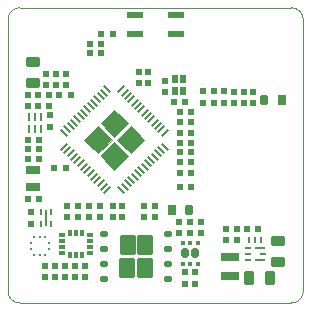
<source format=gtp>
%TF.GenerationSoftware,KiCad,Pcbnew,9.0.1*%
%TF.CreationDate,2025-12-15T19:45:58-06:00*%
%TF.ProjectId,ProtoCore_v1,50726f74-6f43-46f7-9265-5f76312e6b69,rev?*%
%TF.SameCoordinates,Original*%
%TF.FileFunction,Paste,Top*%
%TF.FilePolarity,Positive*%
%FSLAX46Y46*%
G04 Gerber Fmt 4.6, Leading zero omitted, Abs format (unit mm)*
G04 Created by KiCad (PCBNEW 9.0.1) date 2025-12-15 19:45:58*
%MOMM*%
%LPD*%
G01*
G04 APERTURE LIST*
G04 Aperture macros list*
%AMRoundRect*
0 Rectangle with rounded corners*
0 $1 Rounding radius*
0 $2 $3 $4 $5 $6 $7 $8 $9 X,Y pos of 4 corners*
0 Add a 4 corners polygon primitive as box body*
4,1,4,$2,$3,$4,$5,$6,$7,$8,$9,$2,$3,0*
0 Add four circle primitives for the rounded corners*
1,1,$1+$1,$2,$3*
1,1,$1+$1,$4,$5*
1,1,$1+$1,$6,$7*
1,1,$1+$1,$8,$9*
0 Add four rect primitives between the rounded corners*
20,1,$1+$1,$2,$3,$4,$5,0*
20,1,$1+$1,$4,$5,$6,$7,0*
20,1,$1+$1,$6,$7,$8,$9,0*
20,1,$1+$1,$8,$9,$2,$3,0*%
%AMRotRect*
0 Rectangle, with rotation*
0 The origin of the aperture is its center*
0 $1 length*
0 $2 width*
0 $3 Rotation angle, in degrees counterclockwise*
0 Add horizontal line*
21,1,$1,$2,0,0,$3*%
G04 Aperture macros list end*
%ADD10C,0.010000*%
%ADD11RoundRect,0.074250X-0.173250X0.177750X-0.173250X-0.177750X0.173250X-0.177750X0.173250X0.177750X0*%
%ADD12R,0.221610X0.723698*%
%ADD13R,0.221612X0.723699*%
%ADD14R,0.218224X0.723699*%
%ADD15R,0.221608X0.723699*%
%ADD16RoundRect,0.068850X0.219150X-0.160650X0.219150X0.160650X-0.219150X0.160650X-0.219150X-0.160650X0*%
%ADD17RoundRect,0.074250X0.177750X0.173250X-0.177750X0.173250X-0.177750X-0.173250X0.177750X-0.173250X0*%
%ADD18RoundRect,0.074250X0.173250X-0.177750X0.173250X0.177750X-0.173250X0.177750X-0.173250X-0.177750X0*%
%ADD19RoundRect,0.068850X-0.219150X0.160650X-0.219150X-0.160650X0.219150X-0.160650X0.219150X0.160650X0*%
%ADD20RoundRect,0.074250X-0.177750X-0.173250X0.177750X-0.173250X0.177750X0.173250X-0.177750X0.173250X0*%
%ADD21RoundRect,0.068850X0.160650X0.219150X-0.160650X0.219150X-0.160650X-0.219150X0.160650X-0.219150X0*%
%ADD22R,1.170000X0.675000*%
%ADD23RotRect,0.756000X0.198000X315.000000*%
%ADD24RotRect,0.198000X0.756000X315.000000*%
%ADD25R,0.522000X0.657000*%
%ADD26R,1.620000X0.720000*%
%ADD27C,0.145000*%
%ADD28RoundRect,0.250000X-0.435000X-0.615000X0.435000X-0.615000X0.435000X0.615000X-0.435000X0.615000X0*%
%ADD29RoundRect,0.112500X-0.225000X-0.112500X0.225000X-0.112500X0.225000X0.112500X-0.225000X0.112500X0*%
%ADD30RoundRect,0.111375X-0.259875X-0.304875X0.259875X-0.304875X0.259875X0.304875X-0.259875X0.304875X0*%
%ADD31RoundRect,0.111375X-0.259875X-0.316125X0.259875X-0.316125X0.259875X0.316125X-0.259875X0.316125X0*%
%ADD32RoundRect,0.111375X0.259875X0.304875X-0.259875X0.304875X-0.259875X-0.304875X0.259875X-0.304875X0*%
%ADD33RoundRect,0.111375X0.259875X0.316125X-0.259875X0.316125X-0.259875X-0.316125X0.259875X-0.316125X0*%
%ADD34RoundRect,0.068850X-0.160650X-0.219150X0.160650X-0.219150X0.160650X0.219150X-0.160650X0.219150X0*%
%ADD35RoundRect,0.121500X0.486000X-0.283500X0.486000X0.283500X-0.486000X0.283500X-0.486000X-0.283500X0*%
%ADD36RoundRect,0.078750X-0.202500X-0.078750X0.202500X-0.078750X0.202500X0.078750X-0.202500X0.078750X0*%
%ADD37RoundRect,0.078750X-0.078750X-0.202500X0.078750X-0.202500X0.078750X0.202500X-0.078750X0.202500X0*%
%ADD38RoundRect,0.049500X-0.216000X-0.198000X0.216000X-0.198000X0.216000X0.198000X-0.216000X0.198000X0*%
%ADD39R,0.180000X0.540000*%
%ADD40R,0.180000X1.440000*%
%ADD41RoundRect,0.160000X0.160000X-0.245000X0.160000X0.245000X-0.160000X0.245000X-0.160000X-0.245000X0*%
%ADD42RoundRect,0.050625X0.129375X-0.118125X0.129375X0.118125X-0.129375X0.118125X-0.129375X-0.118125X0*%
%ADD43R,0.247500X0.225000*%
%ADD44R,0.225000X0.247500*%
%ADD45RoundRect,0.121500X-0.486000X0.283500X-0.486000X-0.283500X0.486000X-0.283500X0.486000X0.283500X0*%
%ADD46RoundRect,0.121500X-0.283500X-0.486000X0.283500X-0.486000X0.283500X0.486000X-0.283500X0.486000X0*%
%ADD47R,0.585000X0.180000*%
%ADD48R,0.900000X0.180000*%
%ADD49R,0.225000X0.495000*%
%ADD50R,1.350000X0.540000*%
%TA.AperFunction,Profile*%
%ADD51C,0.100000*%
%TD*%
G04 APERTURE END LIST*
D10*
%TO.C,U1*%
X146295479Y-98665434D02*
X145128753Y-99832160D01*
X143962027Y-98665434D01*
X145128753Y-97498708D01*
X146295479Y-98665434D01*
G36*
X146295479Y-98665434D02*
G01*
X145128753Y-99832160D01*
X143962027Y-98665434D01*
X145128753Y-97498708D01*
X146295479Y-98665434D01*
G37*
X147674337Y-97286576D02*
X146507611Y-98453302D01*
X145340885Y-97286576D01*
X146507611Y-96119850D01*
X147674337Y-97286576D01*
G36*
X147674337Y-97286576D02*
G01*
X146507611Y-98453302D01*
X145340885Y-97286576D01*
X146507611Y-96119850D01*
X147674337Y-97286576D01*
G37*
X147674337Y-100044292D02*
X146507611Y-101211018D01*
X145340885Y-100044292D01*
X146507611Y-98877566D01*
X147674337Y-100044292D01*
G36*
X147674337Y-100044292D02*
G01*
X146507611Y-101211018D01*
X145340885Y-100044292D01*
X146507611Y-98877566D01*
X147674337Y-100044292D01*
G37*
X149053195Y-98665434D02*
X147886469Y-99832160D01*
X146719743Y-98665434D01*
X147886469Y-97498708D01*
X149053195Y-98665434D01*
G36*
X149053195Y-98665434D02*
G01*
X147886469Y-99832160D01*
X146719743Y-98665434D01*
X147886469Y-97498708D01*
X149053195Y-98665434D01*
G37*
%TD*%
D11*
%TO.C,C37*%
X143175000Y-109327500D03*
X143175000Y-110287500D03*
%TD*%
D12*
%TO.C,U4*%
X139261883Y-97775444D03*
D13*
X139761882Y-97775444D03*
D14*
X140259999Y-97775444D03*
D13*
X140261881Y-96729556D03*
X139761882Y-96729556D03*
D15*
X139261884Y-96729556D03*
%TD*%
D16*
%TO.C,R4*%
X143400000Y-105240000D03*
X143400000Y-104250000D03*
%TD*%
D17*
%TO.C,C31*%
X153025000Y-98950000D03*
X152065000Y-98950000D03*
%TD*%
D11*
%TO.C,C3*%
X150790000Y-93712500D03*
X150790000Y-94672500D03*
%TD*%
D18*
%TO.C,C26*%
X151975000Y-106575000D03*
X151975000Y-105615000D03*
%TD*%
D19*
%TO.C,R7*%
X154000000Y-94580000D03*
X154000000Y-95570000D03*
%TD*%
D11*
%TO.C,C40*%
X141469098Y-109327500D03*
X141469098Y-110287500D03*
%TD*%
D20*
%TO.C,C9*%
X152040000Y-96350000D03*
X153000000Y-96350000D03*
%TD*%
D11*
%TO.C,C25*%
X139425000Y-104825000D03*
X139425000Y-105785000D03*
%TD*%
D21*
%TO.C,R22*%
X153015000Y-98100000D03*
X152025000Y-98100000D03*
%TD*%
D16*
%TO.C,R3*%
X142475000Y-105240000D03*
X142475000Y-104250000D03*
%TD*%
D19*
%TO.C,R15*%
X139180000Y-94860000D03*
X139180000Y-95850000D03*
%TD*%
D11*
%TO.C,C11*%
X147175000Y-104265000D03*
X147175000Y-105225000D03*
%TD*%
D22*
%TO.C,Y1*%
X139625000Y-101250002D03*
X139625000Y-102700000D03*
%TD*%
D23*
%TO.C,U1*%
X145917177Y-94398045D03*
X145634334Y-94680887D03*
X145351491Y-94963730D03*
X145068649Y-95246573D03*
X144785806Y-95529415D03*
X144502963Y-95812258D03*
X144220121Y-96095101D03*
X143937278Y-96377944D03*
X143654435Y-96660786D03*
X143371592Y-96943629D03*
X143088750Y-97226472D03*
X142805907Y-97509314D03*
X142523064Y-97792157D03*
X142240222Y-98075000D03*
D24*
X142240222Y-99255868D03*
X142523064Y-99538711D03*
X142805907Y-99821554D03*
X143088750Y-100104396D03*
X143371592Y-100387239D03*
X143654435Y-100670082D03*
X143937278Y-100952924D03*
X144220121Y-101235767D03*
X144502963Y-101518610D03*
X144785806Y-101801453D03*
X145068649Y-102084295D03*
X145351491Y-102367138D03*
X145634334Y-102649981D03*
X145917177Y-102932823D03*
D23*
X147098045Y-102932823D03*
X147380888Y-102649981D03*
X147663731Y-102367138D03*
X147946573Y-102084295D03*
X148229416Y-101801453D03*
X148512259Y-101518610D03*
X148795101Y-101235767D03*
X149077944Y-100952924D03*
X149360787Y-100670082D03*
X149643630Y-100387239D03*
X149926472Y-100104396D03*
X150209315Y-99821554D03*
X150492158Y-99538711D03*
X150775000Y-99255868D03*
D24*
X150775000Y-98075000D03*
X150492158Y-97792157D03*
X150209315Y-97509314D03*
X149926472Y-97226472D03*
X149643630Y-96943629D03*
X149360787Y-96660786D03*
X149077944Y-96377944D03*
X148795101Y-96095101D03*
X148512259Y-95812258D03*
X148229416Y-95529415D03*
X147946573Y-95246573D03*
X147663731Y-94963730D03*
X147380888Y-94680887D03*
X147098045Y-94398045D03*
%TD*%
D25*
%TO.C,Y2*%
X151650000Y-93512500D03*
X151650000Y-94512500D03*
X152350000Y-94512500D03*
X152350000Y-93512500D03*
%TD*%
D21*
%TO.C,R13*%
X156915000Y-107175000D03*
X155925000Y-107175000D03*
%TD*%
D18*
%TO.C,C5*%
X141575000Y-94075000D03*
X141575000Y-93115000D03*
%TD*%
%TO.C,C29*%
X156650000Y-95575000D03*
X156650000Y-94615000D03*
%TD*%
D26*
%TO.C,L3*%
X156275000Y-108625001D03*
X156275000Y-110224999D03*
%TD*%
D20*
%TO.C,C13*%
X139165000Y-103675000D03*
X140125000Y-103675000D03*
%TD*%
D16*
%TO.C,R11*%
X149975000Y-105240000D03*
X149975000Y-104250000D03*
%TD*%
D18*
%TO.C,C8*%
X142400000Y-94075000D03*
X142400000Y-93115000D03*
%TD*%
D27*
%TO.C,U7*%
X154050000Y-97350000D03*
X154550000Y-97350000D03*
X155050000Y-97350000D03*
X155550000Y-97350000D03*
X156050000Y-97350000D03*
X156550000Y-97350000D03*
X157050000Y-97350000D03*
X158050000Y-97350000D03*
X158550000Y-97350000D03*
X159050000Y-97350000D03*
X159550000Y-97350000D03*
X160050000Y-97350000D03*
X160550000Y-97350000D03*
X154050000Y-97850000D03*
X154550000Y-97850000D03*
X155050000Y-97850000D03*
X155550000Y-97850000D03*
X156050000Y-97850000D03*
X156550000Y-97850000D03*
X157550000Y-97850000D03*
X158050000Y-97850000D03*
X158550000Y-97850000D03*
X159050000Y-97850000D03*
X159550000Y-97850000D03*
X160050000Y-97850000D03*
X160550000Y-97850000D03*
X154050000Y-98350000D03*
X154550000Y-98350000D03*
X155050000Y-98350000D03*
X155550000Y-98350000D03*
X156050000Y-98350000D03*
X156550000Y-98350000D03*
X157050000Y-97850000D03*
X157550000Y-97350000D03*
X157050000Y-98350000D03*
X157550000Y-98350000D03*
X158050000Y-98350000D03*
X158550000Y-98350000D03*
X159050000Y-98350000D03*
X159550000Y-98350000D03*
X160050000Y-98350000D03*
X160550000Y-98350000D03*
X154050000Y-98850000D03*
X154550000Y-98850000D03*
X155050000Y-98850000D03*
X155550000Y-98850000D03*
X159550000Y-98850000D03*
X160050000Y-98850000D03*
X160550000Y-98850000D03*
X154050000Y-99350000D03*
X154550000Y-99350000D03*
X155050000Y-99350000D03*
X156050000Y-99350000D03*
X156550000Y-99350000D03*
X157050000Y-99350000D03*
X157550000Y-99350000D03*
X158050000Y-99350000D03*
X158550000Y-99350000D03*
X159550000Y-99350000D03*
X160050000Y-99350000D03*
X160550000Y-99350000D03*
X154050000Y-99850000D03*
X154550000Y-99850000D03*
X155050000Y-99850000D03*
X156050000Y-99850000D03*
X158550000Y-99850000D03*
X159550000Y-99850000D03*
X160050000Y-99850000D03*
X160550000Y-99850000D03*
X154050000Y-100350000D03*
X154550000Y-100350000D03*
X155050000Y-100350000D03*
X156050000Y-100350000D03*
X158550000Y-100350000D03*
X159550000Y-100350000D03*
X160050000Y-100350000D03*
X160550000Y-100350000D03*
X154050000Y-100850000D03*
X154550000Y-100850000D03*
X155050000Y-100850000D03*
X156050000Y-100850000D03*
X158550000Y-100850000D03*
X159550000Y-100850000D03*
X160050000Y-100850000D03*
X160550000Y-100850000D03*
X156050000Y-101350000D03*
X158550000Y-101350000D03*
X159550000Y-101350000D03*
X160050000Y-101350000D03*
X160550000Y-101350000D03*
X154050000Y-101350000D03*
X154550000Y-101350000D03*
X155050000Y-101350000D03*
X156050000Y-101850000D03*
X156550000Y-101850000D03*
X157050000Y-101850000D03*
X157550000Y-101850000D03*
X158050000Y-101850000D03*
X158550000Y-101850000D03*
X159550000Y-101850000D03*
X160050000Y-101850000D03*
X160550000Y-101850000D03*
X159550000Y-102350000D03*
X160050000Y-102350000D03*
X160550000Y-102350000D03*
X154050000Y-102850000D03*
X154550000Y-102850000D03*
X155050000Y-102850000D03*
X155550000Y-102850000D03*
X154050000Y-102350000D03*
X154550000Y-102350000D03*
X155050000Y-102350000D03*
X156050000Y-102850000D03*
X154050000Y-101850000D03*
X154550000Y-101850000D03*
X155050000Y-101850000D03*
X156550000Y-102850000D03*
X157050000Y-102850000D03*
X157550000Y-102850000D03*
X158050000Y-102850000D03*
X158550000Y-102850000D03*
X159050000Y-102850000D03*
X159550000Y-102850000D03*
X160050000Y-102850000D03*
X160550000Y-102850000D03*
X154050000Y-103350000D03*
X154050000Y-103850000D03*
X154550000Y-103350000D03*
X155050000Y-103350000D03*
X155550000Y-103350000D03*
X156050000Y-103350000D03*
X156550000Y-103350000D03*
X157050000Y-103350000D03*
X157550000Y-103350000D03*
X158050000Y-103350000D03*
X158550000Y-103350000D03*
X159050000Y-103350000D03*
X159550000Y-103350000D03*
X160050000Y-103350000D03*
X160550000Y-103350000D03*
X154550000Y-103850000D03*
X155050000Y-103850000D03*
X155550000Y-103850000D03*
X156050000Y-103850000D03*
X156550000Y-103850000D03*
X157050000Y-103850000D03*
X157550000Y-103850000D03*
X158050000Y-103850000D03*
X158550000Y-103850000D03*
X159050000Y-103850000D03*
X159550000Y-103850000D03*
X160050000Y-103850000D03*
X160550000Y-103850000D03*
%TD*%
D17*
%TO.C,C15*%
X145400000Y-90530000D03*
X144440000Y-90530000D03*
%TD*%
D18*
%TO.C,C4*%
X140750000Y-94075000D03*
X140750000Y-93115000D03*
%TD*%
D28*
%TO.C,U6*%
X147575000Y-109525000D03*
X147625000Y-107600000D03*
X149125000Y-107575000D03*
X149125000Y-109525000D03*
D29*
X145650000Y-106645000D03*
X145650000Y-107915000D03*
X145650000Y-109185000D03*
X145650000Y-110455000D03*
X151050000Y-110455000D03*
X151050000Y-109185000D03*
X151050000Y-107915000D03*
X151050000Y-106645000D03*
%TD*%
D17*
%TO.C,C10*%
X142375000Y-101050000D03*
X141415000Y-101050000D03*
%TD*%
D11*
%TO.C,C39*%
X140619098Y-109327500D03*
X140619098Y-110287500D03*
%TD*%
D18*
%TO.C,C7*%
X149350000Y-93910000D03*
X149350000Y-92950000D03*
%TD*%
D30*
%TO.C,C27*%
X159200000Y-95337500D03*
D31*
X160675000Y-95350000D03*
%TD*%
D32*
%TO.C,C34*%
X152825000Y-104625000D03*
D33*
X151350000Y-104612500D03*
%TD*%
D17*
%TO.C,C33*%
X153025000Y-99750000D03*
X152065000Y-99750000D03*
%TD*%
D34*
%TO.C,R17*%
X152025000Y-102700000D03*
X153015000Y-102700000D03*
%TD*%
D35*
%TO.C,C1*%
X139575000Y-93900000D03*
X139575000Y-92100000D03*
%TD*%
D11*
%TO.C,C6*%
X146350000Y-104265000D03*
X146350000Y-105225000D03*
%TD*%
D20*
%TO.C,C24*%
X139160000Y-98670000D03*
X140120000Y-98670000D03*
%TD*%
%TO.C,C23*%
X139160000Y-99470000D03*
X140120000Y-99470000D03*
%TD*%
D19*
%TO.C,R9*%
X149050000Y-104250000D03*
X149050000Y-105240000D03*
%TD*%
D34*
%TO.C,R8*%
X152025000Y-101475000D03*
X153015000Y-101475000D03*
%TD*%
D11*
%TO.C,C35*%
X144025000Y-109327500D03*
X144025000Y-110287500D03*
%TD*%
D18*
%TO.C,C38*%
X157450000Y-95575000D03*
X157450000Y-94615000D03*
%TD*%
D11*
%TO.C,C22*%
X141020000Y-96600000D03*
X141020000Y-97560000D03*
%TD*%
D18*
%TO.C,C18*%
X152900000Y-106575000D03*
X152900000Y-105615000D03*
%TD*%
D36*
%TO.C,U8*%
X142087500Y-106762500D03*
X142087500Y-107262500D03*
X142087500Y-107762500D03*
X142087500Y-108262500D03*
D37*
X142750000Y-108425000D03*
X143250000Y-108425000D03*
X143750000Y-108425000D03*
D36*
X144412500Y-108262500D03*
X144412500Y-107762500D03*
X144412500Y-107262500D03*
X144412500Y-106762500D03*
D37*
X143750000Y-106600000D03*
X143250000Y-106600000D03*
X142750000Y-106600000D03*
%TD*%
D38*
%TO.C,L1*%
X141825000Y-94850000D03*
X142795000Y-94850000D03*
%TD*%
D11*
%TO.C,C21*%
X152525000Y-109915000D03*
X152525000Y-110875000D03*
%TD*%
D19*
%TO.C,R5*%
X144325000Y-104250000D03*
X144325000Y-105240000D03*
%TD*%
D11*
%TO.C,C28*%
X142319098Y-109327500D03*
X142319098Y-110287500D03*
%TD*%
D21*
%TO.C,R12*%
X156915000Y-106250000D03*
X155925000Y-106250000D03*
%TD*%
D18*
%TO.C,C12*%
X148550000Y-93910000D03*
X148550000Y-92950000D03*
%TD*%
D19*
%TO.C,R14*%
X140080000Y-94860000D03*
X140080000Y-95850000D03*
%TD*%
D39*
%TO.C,U5*%
X140300000Y-105812500D03*
D40*
X140700000Y-105312500D03*
D39*
X141100000Y-105812500D03*
X141100000Y-104812500D03*
X140300000Y-104812500D03*
%TD*%
D19*
%TO.C,R1*%
X140970000Y-94860000D03*
X140970000Y-95850000D03*
%TD*%
D17*
%TO.C,C16*%
X145410000Y-91350000D03*
X144450000Y-91350000D03*
%TD*%
D20*
%TO.C,C2*%
X139165000Y-100275000D03*
X140125000Y-100275000D03*
%TD*%
D38*
%TO.C,L2*%
X145410000Y-89700000D03*
X146380000Y-89700000D03*
%TD*%
D20*
%TO.C,C14*%
X151521250Y-95443750D03*
X152481250Y-95443750D03*
%TD*%
D41*
%TO.C,U3*%
X152525000Y-108300000D03*
X153325000Y-108300000D03*
D42*
X152275000Y-109187500D03*
X152925000Y-109187500D03*
X153575000Y-109187500D03*
X153575000Y-107412500D03*
X152925000Y-107412500D03*
X152275000Y-107412500D03*
%TD*%
D11*
%TO.C,C19*%
X153350000Y-109915000D03*
X153350000Y-110875000D03*
%TD*%
D43*
%TO.C,U10*%
X140932098Y-107925500D03*
X140932098Y-107425500D03*
D44*
X140669098Y-106913500D03*
X140169098Y-106913500D03*
X139669098Y-106913500D03*
D43*
X139406098Y-107425500D03*
X139406098Y-107925500D03*
D44*
X139669098Y-108437500D03*
X140169098Y-108437500D03*
X140669098Y-108437500D03*
%TD*%
D18*
%TO.C,C32*%
X158250000Y-95575000D03*
X158250000Y-94615000D03*
%TD*%
D21*
%TO.C,R21*%
X153015000Y-97200000D03*
X152025000Y-97200000D03*
%TD*%
D19*
%TO.C,R6*%
X145250000Y-104250000D03*
X145250000Y-105240000D03*
%TD*%
D16*
%TO.C,R20*%
X154900000Y-95575000D03*
X154900000Y-94585000D03*
%TD*%
D21*
%TO.C,R10*%
X158690000Y-106250000D03*
X157700000Y-106250000D03*
%TD*%
D45*
%TO.C,C17*%
X160350000Y-107220000D03*
X160350000Y-109020000D03*
%TD*%
D46*
%TO.C,C20*%
X157875000Y-110350000D03*
X159675000Y-110350000D03*
%TD*%
D11*
%TO.C,C30*%
X153825000Y-105615000D03*
X153825000Y-106575000D03*
%TD*%
D19*
%TO.C,R2*%
X155800000Y-94585000D03*
X155800000Y-95575000D03*
%TD*%
D34*
%TO.C,R19*%
X152025000Y-100575000D03*
X153015000Y-100575000D03*
%TD*%
D47*
%TO.C,U2*%
X157800000Y-107825000D03*
X157800000Y-108325000D03*
X157800000Y-108825000D03*
D48*
X158875000Y-108825000D03*
D47*
X159050000Y-108325000D03*
D48*
X158875000Y-107825000D03*
D49*
X158925000Y-107150000D03*
X158425000Y-107150000D03*
X157925000Y-107150000D03*
%TD*%
D50*
%TO.C,ANT1*%
X148250000Y-89700000D03*
X151750000Y-89700000D03*
X151750000Y-88100000D03*
X148250000Y-88100000D03*
%TD*%
D51*
X161500000Y-87500000D02*
X161500000Y-87500000D01*
G75*
G02*
X162500000Y-88500000I0J-1000000D01*
G01*
X162500000Y-111500000D01*
G75*
G02*
X161500000Y-112500000I-1000000J0D01*
G01*
X138500000Y-112500000D01*
G75*
G02*
X137500000Y-111500000I0J1000000D01*
G01*
X137500000Y-88500000D01*
G75*
G02*
X138500000Y-87500000I1000000J0D01*
G01*
X161500000Y-87500000D01*
M02*

</source>
